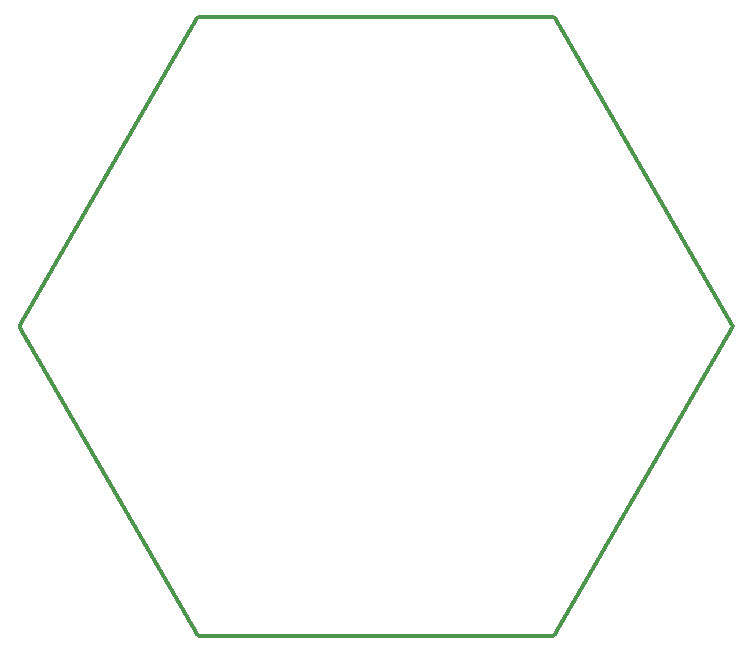
<source format=gko>
G04 Layer_Color=16720538*
%FSLAX24Y24*%
%MOIN*%
G70*
G01*
G75*
%ADD39C,0.0118*%
%ADD40C,0.0118*%
D39*
X29596Y33898D02*
D03*
X35501Y23583D02*
D03*
X35501Y23583D02*
D03*
X29596Y13354D02*
D03*
X17648Y33890D02*
D03*
X17648Y33890D02*
D03*
X17648Y33890D02*
D03*
X17648Y33890D02*
D03*
X17648Y33890D02*
D03*
X11743Y23662D02*
D03*
X11743Y23662D02*
D03*
X11743Y23662D02*
D03*
X17648Y13354D02*
D03*
X11743Y23583D02*
D03*
D03*
D40*
X35512Y23622D02*
G03*
X35501Y23661I-79J0D01*
G01*
X29596Y33898D02*
G03*
X29528Y33937I-68J-39D01*
G01*
X35501Y23661D02*
G03*
X35501Y23662I-51J-30D01*
G01*
X35501Y23583D02*
G03*
X35512Y23622I-68J39D01*
G01*
X29528Y13314D02*
G03*
X29596Y13354I0J79D01*
G01*
X17716Y33929D02*
G03*
X17648Y33890I0J-79D01*
G01*
X11743Y23662D02*
G03*
X11743Y23661I51J-30D01*
G01*
X17648Y13354D02*
G03*
X17717Y13314I68J39D01*
G01*
X11743Y23583D02*
X11743Y23662D01*
X29596Y33898D02*
X29596Y33898D01*
X35501Y23662D01*
X35501Y23661D01*
X35501Y23583D02*
X35501Y23583D01*
X29596Y13354D02*
X35501Y23583D01*
X29596Y13354D02*
X29596Y13354D01*
X17716Y33929D02*
X29528Y33937D01*
X17648Y33890D02*
X17648Y33890D01*
X17648Y33890D02*
X17648Y33890D01*
X17648Y33890D02*
X17648Y33890D01*
X11743Y23662D02*
X17648Y33890D01*
X11743Y23662D02*
X11743Y23662D01*
X11743Y23662D02*
X11743Y23662D01*
X11743Y23662D02*
X11743Y23662D01*
X17717Y13314D02*
X29528D01*
X11743Y23583D02*
X11743Y23583D01*
X17648Y13354D01*
X17648Y13354D01*
M02*

</source>
